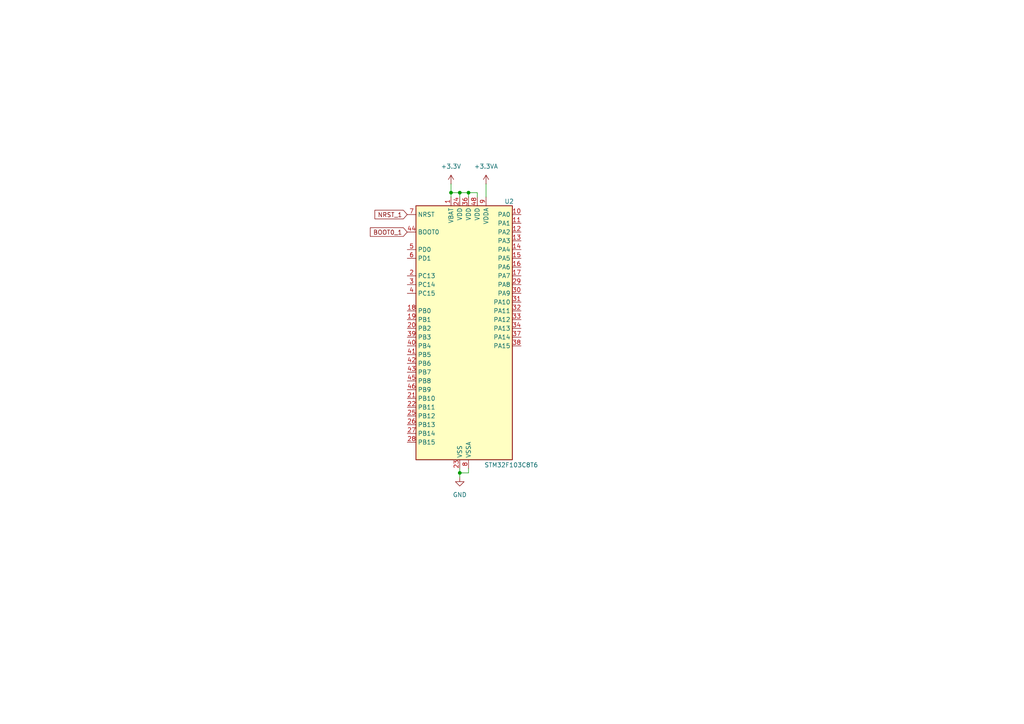
<source format=kicad_sch>
(kicad_sch (version 20231120) (generator "eeschema") (generator_version "8.0")
  (paper "A4")
  (title_block (title "Pilot NRT") (date "2024-06-10") (rev "1.0"))
  (lib_symbols
    (symbol "MCU_ST_STM32F1:STM32F103C8Tx"
      (property "Reference" "U" (at -12.7 39.37 0))
      (property "Value" "STM32F103C8Tx" (at 10.16 39.37 0))
      (symbol "STM32F103C8Tx_0_1"
        (rectangle (start -12.7 -35.56) (end 15.24 38.1) (stroke (width 0.254)) (fill (type background)))
      )
      (symbol "STM32F103C8Tx_1_1"
        (pin power_in line (at -2.54 40.64 270) (length 2.54) (name "VBAT") (number "1"))
        (pin bidirectional line (at 17.78 35.56 180) (length 2.54) (name "PA0") (number "10"))
        (pin bidirectional line (at 17.78 33.02 180) (length 2.54) (name "PA1") (number "11"))
        (pin bidirectional line (at 17.78 30.48 180) (length 2.54) (name "PA2") (number "12"))
        (pin bidirectional line (at 17.78 27.94 180) (length 2.54) (name "PA3") (number "13"))
        (pin bidirectional line (at 17.78 25.4 180) (length 2.54) (name "PA4") (number "14"))
        (pin bidirectional line (at 17.78 22.86 180) (length 2.54) (name "PA5") (number "15"))
        (pin bidirectional line (at 17.78 20.32 180) (length 2.54) (name "PA6") (number "16"))
        (pin bidirectional line (at 17.78 17.78 180) (length 2.54) (name "PA7") (number "17"))
        (pin bidirectional line (at -15.24 7.62 0) (length 2.54) (name "PB0") (number "18"))
        (pin bidirectional line (at -15.24 5.08 0) (length 2.54) (name "PB1") (number "19"))
        (pin bidirectional line (at -15.24 17.78 0) (length 2.54) (name "PC13") (number "2"))
        (pin bidirectional line (at -15.24 2.54 0) (length 2.54) (name "PB2") (number "20"))
        (pin bidirectional line (at -15.24 -17.78 0) (length 2.54) (name "PB10") (number "21"))
        (pin bidirectional line (at -15.24 -20.32 0) (length 2.54) (name "PB11") (number "22"))
        (pin power_in line (at 0 -38.1 90) (length 2.54) (name "VSS") (number "23"))
        (pin power_in line (at 0 40.64 270) (length 2.54) (name "VDD") (number "24"))
        (pin bidirectional line (at -15.24 -22.86 0) (length 2.54) (name "PB12") (number "25"))
        (pin bidirectional line (at -15.24 -25.4 0) (length 2.54) (name "PB13") (number "26"))
        (pin bidirectional line (at -15.24 -27.94 0) (length 2.54) (name "PB14") (number "27"))
        (pin bidirectional line (at -15.24 -30.48 0) (length 2.54) (name "PB15") (number "28"))
        (pin bidirectional line (at 17.78 15.24 180) (length 2.54) (name "PA8") (number "29"))
        (pin bidirectional line (at -15.24 15.24 0) (length 2.54) (name "PC14") (number "3"))
        (pin bidirectional line (at 17.78 12.7 180) (length 2.54) (name "PA9") (number "30"))
        (pin bidirectional line (at 17.78 10.16 180) (length 2.54) (name "PA10") (number "31"))
        (pin bidirectional line (at 17.78 7.62 180) (length 2.54) (name "PA11") (number "32"))
        (pin bidirectional line (at 17.78 5.08 180) (length 2.54) (name "PA12") (number "33"))
        (pin bidirectional line (at 17.78 2.54 180) (length 2.54) (name "PA13") (number "34"))
        (pin passive line (at 0 -38.1 90) (length 2.54) hide (name "VSS") (number "35"))
        (pin power_in line (at 2.54 40.64 270) (length 2.54) (name "VDD") (number "36"))
        (pin bidirectional line (at 17.78 0 180) (length 2.54) (name "PA14") (number "37"))
        (pin bidirectional line (at 17.78 -2.54 180) (length 2.54) (name "PA15") (number "38"))
        (pin bidirectional line (at -15.24 0 0) (length 2.54) (name "PB3") (number "39"))
        (pin bidirectional line (at -15.24 12.7 0) (length 2.54) (name "PC15") (number "4"))
        (pin bidirectional line (at -15.24 -2.54 0) (length 2.54) (name "PB4") (number "40"))
        (pin bidirectional line (at -15.24 -5.08 0) (length 2.54) (name "PB5") (number "41"))
        (pin bidirectional line (at -15.24 -7.62 0) (length 2.54) (name "PB6") (number "42"))
        (pin bidirectional line (at -15.24 -10.16 0) (length 2.54) (name "PB7") (number "43"))
        (pin input line (at -15.24 30.48 0) (length 2.54) (name "BOOT0") (number "44"))
        (pin bidirectional line (at -15.24 -12.7 0) (length 2.54) (name "PB8") (number "45"))
        (pin bidirectional line (at -15.24 -15.24 0) (length 2.54) (name "PB9") (number "46"))
        (pin passive line (at 0 -38.1 90) (length 2.54) hide (name "VSS") (number "47"))
        (pin power_in line (at 5.08 40.64 270) (length 2.54) (name "VDD") (number "48"))
        (pin bidirectional line (at -15.24 25.4 0) (length 2.54) (name "PD0") (number "5"))
        (pin bidirectional line (at -15.24 22.86 0) (length 2.54) (name "PD1") (number "6"))
        (pin input line (at -15.24 35.56 0) (length 2.54) (name "NRST") (number "7"))
        (pin power_in line (at 2.54 -38.1 90) (length 2.54) (name "VSSA") (number "8"))
        (pin power_in line (at 7.62 40.64 270) (length 2.54) (name "VDDA") (number "9"))
      )
    )
    (symbol "power:+3.3V" (power) (pin_numbers hide) (pin_names (offset 0) hide)
      (property "Value" "+3.3V" (at 0 3.556 0))
      (symbol "+3.3V_0_1"
        (polyline (pts (xy -0.762 1.27) (xy 0 2.54)))
        (polyline (pts (xy 0 0) (xy 0 2.54)))
        (polyline (pts (xy 0 2.54) (xy 0.762 1.27)))
      )
      (symbol "+3.3V_1_1"
        (pin power_in line (at 0 0 90) (length 0) (name "~") (number "1"))
      )
    )
    (symbol "power:+3.3VA" (power) (pin_numbers hide) (pin_names (offset 0) hide)
      (property "Value" "+3.3VA" (at 0 3.556 0))
      (symbol "+3.3VA_0_1"
        (polyline (pts (xy -0.762 1.27) (xy 0 2.54)))
        (polyline (pts (xy 0 0) (xy 0 2.54)))
        (polyline (pts (xy 0 2.54) (xy 0.762 1.27)))
      )
      (symbol "+3.3VA_1_1"
        (pin power_in line (at 0 0 90) (length 0) (name "~") (number "1"))
      )
    )
    (symbol "power:GND" (power) (pin_numbers hide) (pin_names (offset 0) hide)
      (property "Value" "GND" (at 0 -3.81 0))
      (symbol "GND_0_1"
        (polyline (pts (xy 0 0) (xy 0 -1.27) (xy 1.27 -1.27) (xy 0 -2.54) (xy -1.27 -1.27) (xy 0 -1.27)))
      )
      (symbol "GND_1_1"
        (pin power_in line (at 0 0 270) (length 0) (name "~") (number "1"))
      )
    )
  )
  (junction (at 135.89 55.88))
  (junction (at 130.81 55.88))
  (junction (at 133.35 137.16))
  (junction (at 133.35 55.88))
  (wire (pts (xy 133.35 137.16) (xy 133.35 138.43)))
  (wire (pts (xy 130.81 55.88) (xy 130.81 57.15)))
  (wire (pts (xy 133.35 55.88) (xy 135.89 55.88)))
  (wire (pts (xy 130.81 53.34) (xy 130.81 55.88)))
  (wire (pts (xy 133.35 57.15) (xy 133.35 55.88)))
  (wire (pts (xy 140.97 53.34) (xy 140.97 57.15)))
  (wire (pts (xy 135.89 55.88) (xy 135.89 57.15)))
  (wire (pts (xy 135.89 137.16) (xy 135.89 135.89)))
  (wire (pts (xy 133.35 137.16) (xy 135.89 137.16)))
  (wire (pts (xy 138.43 55.88) (xy 138.43 57.15)))
  (wire (pts (xy 133.35 55.88) (xy 130.81 55.88)))
  (wire (pts (xy 135.89 55.88) (xy 138.43 55.88)))
  (wire (pts (xy 133.35 135.89) (xy 133.35 137.16)))
  (global_label "BOOT0_1" (shape input) (at 118.11 67.31 180) (property "Intersheetrefs" "${INTERSHEET_REFS}" (effects (hide yes))))
  (global_label "NRST_1" (shape input) (at 118.11 62.23 180) (property "Intersheetrefs" "${INTERSHEET_REFS}" (effects (hide yes))))
  (symbol (lib_id "MCU_ST_STM32F1:STM32F103C8Tx") (at 133.35 97.79 0) (unit 1)
    (property "Reference" "U2" (at 146.304 58.42 0) (effects (justify left)))
    (property "Value" "STM32F103C8T6" (at 140.462 134.874 0) (effects (justify left)))
    (property "Footprint" "Package_QFP:LQFP-48_7x7mm_P0.5mm" (effects (hide yes)))
    (property "Datasheet" "https://www.st.com/resource/en/datasheet/stm32f103c8.pdf" (effects (hide yes)))
    (property "Description" "STMicroelectronics Arm Cortex-M3 MCU, 64KB flash, 20KB RAM, 72 MHz, 2.0-3.6V, 37 GPIO, LQFP48" (effects (hide yes)))
  )
  (symbol (lib_id "power:GND") (at 133.35 138.43 0) (unit 1)
    (property "Reference" "#PWR05" (effects (hide yes)))
    (property "Value" "GND" (at 133.35 143.51 0))
    (property "Description" "Power symbol creates a global label with name \"GND\" , ground" (effects (hide yes)))
  )
  (symbol (lib_id "power:+3.3VA") (at 140.97 53.34 0) (unit 1)
    (property "Reference" "#PWR06" (effects (hide yes)))
    (property "Value" "+3.3VA" (at 140.97 48.26 0))
    (property "Description" "Power symbol creates a global label with name \"+3.3VA\"" (effects (hide yes)))
  )
  (symbol (lib_id "power:+3.3V") (at 130.81 53.34 0) (unit 1)
    (property "Reference" "#PWR01" (effects (hide yes)))
    (property "Value" "+3.3V" (at 130.81 48.26 0))
    (property "Description" "Power symbol creates a global label with name \"+3.3V\"" (effects (hide yes)))
  )
)
</source>
